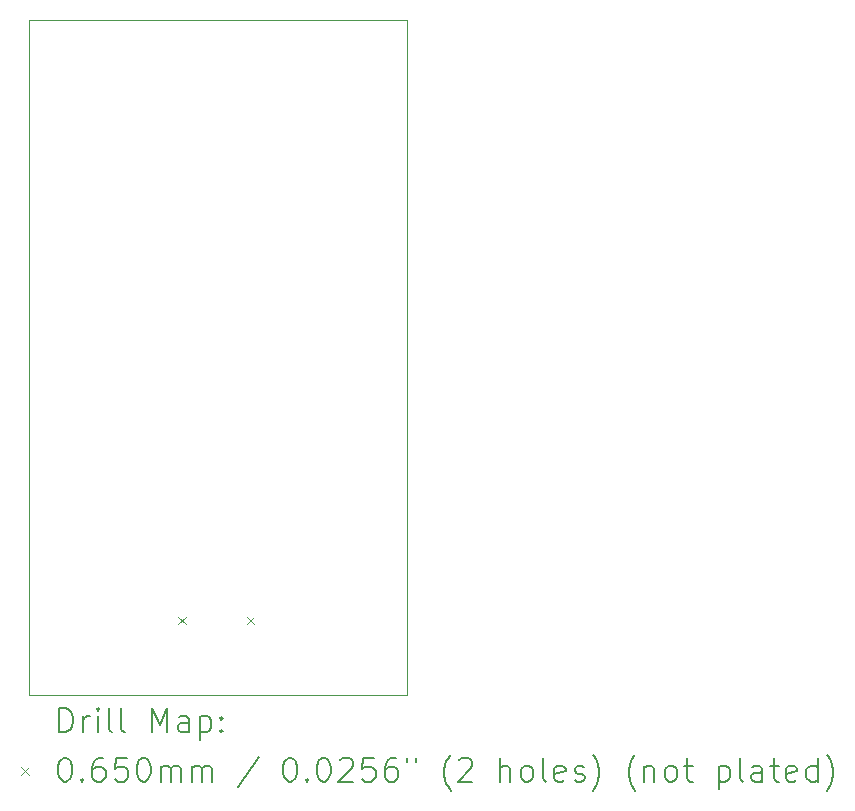
<source format=gbr>
%TF.GenerationSoftware,KiCad,Pcbnew,8.0.3*%
%TF.CreationDate,2024-06-25T22:23:39-04:00*%
%TF.ProjectId,ESP32-S3-DevBoard,45535033-322d-4533-932d-446576426f61,rev?*%
%TF.SameCoordinates,Original*%
%TF.FileFunction,Drillmap*%
%TF.FilePolarity,Positive*%
%FSLAX45Y45*%
G04 Gerber Fmt 4.5, Leading zero omitted, Abs format (unit mm)*
G04 Created by KiCad (PCBNEW 8.0.3) date 2024-06-25 22:23:39*
%MOMM*%
%LPD*%
G01*
G04 APERTURE LIST*
%ADD10C,0.050000*%
%ADD11C,0.200000*%
%ADD12C,0.100000*%
G04 APERTURE END LIST*
D10*
X17462500Y-5295900D02*
X20662900Y-5295900D01*
X20662900Y-11010900D01*
X17462500Y-11010900D01*
X17462500Y-5295900D01*
D11*
D12*
X18728500Y-10349600D02*
X18793500Y-10414600D01*
X18793500Y-10349600D02*
X18728500Y-10414600D01*
X19306500Y-10349600D02*
X19371500Y-10414600D01*
X19371500Y-10349600D02*
X19306500Y-10414600D01*
D11*
X17720777Y-11324884D02*
X17720777Y-11124884D01*
X17720777Y-11124884D02*
X17768396Y-11124884D01*
X17768396Y-11124884D02*
X17796967Y-11134408D01*
X17796967Y-11134408D02*
X17816015Y-11153455D01*
X17816015Y-11153455D02*
X17825539Y-11172503D01*
X17825539Y-11172503D02*
X17835063Y-11210598D01*
X17835063Y-11210598D02*
X17835063Y-11239169D01*
X17835063Y-11239169D02*
X17825539Y-11277265D01*
X17825539Y-11277265D02*
X17816015Y-11296312D01*
X17816015Y-11296312D02*
X17796967Y-11315360D01*
X17796967Y-11315360D02*
X17768396Y-11324884D01*
X17768396Y-11324884D02*
X17720777Y-11324884D01*
X17920777Y-11324884D02*
X17920777Y-11191550D01*
X17920777Y-11229646D02*
X17930301Y-11210598D01*
X17930301Y-11210598D02*
X17939824Y-11201074D01*
X17939824Y-11201074D02*
X17958872Y-11191550D01*
X17958872Y-11191550D02*
X17977920Y-11191550D01*
X18044586Y-11324884D02*
X18044586Y-11191550D01*
X18044586Y-11124884D02*
X18035063Y-11134408D01*
X18035063Y-11134408D02*
X18044586Y-11143931D01*
X18044586Y-11143931D02*
X18054110Y-11134408D01*
X18054110Y-11134408D02*
X18044586Y-11124884D01*
X18044586Y-11124884D02*
X18044586Y-11143931D01*
X18168396Y-11324884D02*
X18149348Y-11315360D01*
X18149348Y-11315360D02*
X18139824Y-11296312D01*
X18139824Y-11296312D02*
X18139824Y-11124884D01*
X18273158Y-11324884D02*
X18254110Y-11315360D01*
X18254110Y-11315360D02*
X18244586Y-11296312D01*
X18244586Y-11296312D02*
X18244586Y-11124884D01*
X18501729Y-11324884D02*
X18501729Y-11124884D01*
X18501729Y-11124884D02*
X18568396Y-11267741D01*
X18568396Y-11267741D02*
X18635063Y-11124884D01*
X18635063Y-11124884D02*
X18635063Y-11324884D01*
X18816015Y-11324884D02*
X18816015Y-11220122D01*
X18816015Y-11220122D02*
X18806491Y-11201074D01*
X18806491Y-11201074D02*
X18787444Y-11191550D01*
X18787444Y-11191550D02*
X18749348Y-11191550D01*
X18749348Y-11191550D02*
X18730301Y-11201074D01*
X18816015Y-11315360D02*
X18796967Y-11324884D01*
X18796967Y-11324884D02*
X18749348Y-11324884D01*
X18749348Y-11324884D02*
X18730301Y-11315360D01*
X18730301Y-11315360D02*
X18720777Y-11296312D01*
X18720777Y-11296312D02*
X18720777Y-11277265D01*
X18720777Y-11277265D02*
X18730301Y-11258217D01*
X18730301Y-11258217D02*
X18749348Y-11248693D01*
X18749348Y-11248693D02*
X18796967Y-11248693D01*
X18796967Y-11248693D02*
X18816015Y-11239169D01*
X18911253Y-11191550D02*
X18911253Y-11391550D01*
X18911253Y-11201074D02*
X18930301Y-11191550D01*
X18930301Y-11191550D02*
X18968396Y-11191550D01*
X18968396Y-11191550D02*
X18987444Y-11201074D01*
X18987444Y-11201074D02*
X18996967Y-11210598D01*
X18996967Y-11210598D02*
X19006491Y-11229646D01*
X19006491Y-11229646D02*
X19006491Y-11286788D01*
X19006491Y-11286788D02*
X18996967Y-11305836D01*
X18996967Y-11305836D02*
X18987444Y-11315360D01*
X18987444Y-11315360D02*
X18968396Y-11324884D01*
X18968396Y-11324884D02*
X18930301Y-11324884D01*
X18930301Y-11324884D02*
X18911253Y-11315360D01*
X19092205Y-11305836D02*
X19101729Y-11315360D01*
X19101729Y-11315360D02*
X19092205Y-11324884D01*
X19092205Y-11324884D02*
X19082682Y-11315360D01*
X19082682Y-11315360D02*
X19092205Y-11305836D01*
X19092205Y-11305836D02*
X19092205Y-11324884D01*
X19092205Y-11201074D02*
X19101729Y-11210598D01*
X19101729Y-11210598D02*
X19092205Y-11220122D01*
X19092205Y-11220122D02*
X19082682Y-11210598D01*
X19082682Y-11210598D02*
X19092205Y-11201074D01*
X19092205Y-11201074D02*
X19092205Y-11220122D01*
D12*
X17395000Y-11620900D02*
X17460000Y-11685900D01*
X17460000Y-11620900D02*
X17395000Y-11685900D01*
D11*
X17758872Y-11544884D02*
X17777920Y-11544884D01*
X17777920Y-11544884D02*
X17796967Y-11554408D01*
X17796967Y-11554408D02*
X17806491Y-11563931D01*
X17806491Y-11563931D02*
X17816015Y-11582979D01*
X17816015Y-11582979D02*
X17825539Y-11621074D01*
X17825539Y-11621074D02*
X17825539Y-11668693D01*
X17825539Y-11668693D02*
X17816015Y-11706788D01*
X17816015Y-11706788D02*
X17806491Y-11725836D01*
X17806491Y-11725836D02*
X17796967Y-11735360D01*
X17796967Y-11735360D02*
X17777920Y-11744884D01*
X17777920Y-11744884D02*
X17758872Y-11744884D01*
X17758872Y-11744884D02*
X17739824Y-11735360D01*
X17739824Y-11735360D02*
X17730301Y-11725836D01*
X17730301Y-11725836D02*
X17720777Y-11706788D01*
X17720777Y-11706788D02*
X17711253Y-11668693D01*
X17711253Y-11668693D02*
X17711253Y-11621074D01*
X17711253Y-11621074D02*
X17720777Y-11582979D01*
X17720777Y-11582979D02*
X17730301Y-11563931D01*
X17730301Y-11563931D02*
X17739824Y-11554408D01*
X17739824Y-11554408D02*
X17758872Y-11544884D01*
X17911253Y-11725836D02*
X17920777Y-11735360D01*
X17920777Y-11735360D02*
X17911253Y-11744884D01*
X17911253Y-11744884D02*
X17901729Y-11735360D01*
X17901729Y-11735360D02*
X17911253Y-11725836D01*
X17911253Y-11725836D02*
X17911253Y-11744884D01*
X18092205Y-11544884D02*
X18054110Y-11544884D01*
X18054110Y-11544884D02*
X18035063Y-11554408D01*
X18035063Y-11554408D02*
X18025539Y-11563931D01*
X18025539Y-11563931D02*
X18006491Y-11592503D01*
X18006491Y-11592503D02*
X17996967Y-11630598D01*
X17996967Y-11630598D02*
X17996967Y-11706788D01*
X17996967Y-11706788D02*
X18006491Y-11725836D01*
X18006491Y-11725836D02*
X18016015Y-11735360D01*
X18016015Y-11735360D02*
X18035063Y-11744884D01*
X18035063Y-11744884D02*
X18073158Y-11744884D01*
X18073158Y-11744884D02*
X18092205Y-11735360D01*
X18092205Y-11735360D02*
X18101729Y-11725836D01*
X18101729Y-11725836D02*
X18111253Y-11706788D01*
X18111253Y-11706788D02*
X18111253Y-11659169D01*
X18111253Y-11659169D02*
X18101729Y-11640122D01*
X18101729Y-11640122D02*
X18092205Y-11630598D01*
X18092205Y-11630598D02*
X18073158Y-11621074D01*
X18073158Y-11621074D02*
X18035063Y-11621074D01*
X18035063Y-11621074D02*
X18016015Y-11630598D01*
X18016015Y-11630598D02*
X18006491Y-11640122D01*
X18006491Y-11640122D02*
X17996967Y-11659169D01*
X18292205Y-11544884D02*
X18196967Y-11544884D01*
X18196967Y-11544884D02*
X18187444Y-11640122D01*
X18187444Y-11640122D02*
X18196967Y-11630598D01*
X18196967Y-11630598D02*
X18216015Y-11621074D01*
X18216015Y-11621074D02*
X18263634Y-11621074D01*
X18263634Y-11621074D02*
X18282682Y-11630598D01*
X18282682Y-11630598D02*
X18292205Y-11640122D01*
X18292205Y-11640122D02*
X18301729Y-11659169D01*
X18301729Y-11659169D02*
X18301729Y-11706788D01*
X18301729Y-11706788D02*
X18292205Y-11725836D01*
X18292205Y-11725836D02*
X18282682Y-11735360D01*
X18282682Y-11735360D02*
X18263634Y-11744884D01*
X18263634Y-11744884D02*
X18216015Y-11744884D01*
X18216015Y-11744884D02*
X18196967Y-11735360D01*
X18196967Y-11735360D02*
X18187444Y-11725836D01*
X18425539Y-11544884D02*
X18444586Y-11544884D01*
X18444586Y-11544884D02*
X18463634Y-11554408D01*
X18463634Y-11554408D02*
X18473158Y-11563931D01*
X18473158Y-11563931D02*
X18482682Y-11582979D01*
X18482682Y-11582979D02*
X18492205Y-11621074D01*
X18492205Y-11621074D02*
X18492205Y-11668693D01*
X18492205Y-11668693D02*
X18482682Y-11706788D01*
X18482682Y-11706788D02*
X18473158Y-11725836D01*
X18473158Y-11725836D02*
X18463634Y-11735360D01*
X18463634Y-11735360D02*
X18444586Y-11744884D01*
X18444586Y-11744884D02*
X18425539Y-11744884D01*
X18425539Y-11744884D02*
X18406491Y-11735360D01*
X18406491Y-11735360D02*
X18396967Y-11725836D01*
X18396967Y-11725836D02*
X18387444Y-11706788D01*
X18387444Y-11706788D02*
X18377920Y-11668693D01*
X18377920Y-11668693D02*
X18377920Y-11621074D01*
X18377920Y-11621074D02*
X18387444Y-11582979D01*
X18387444Y-11582979D02*
X18396967Y-11563931D01*
X18396967Y-11563931D02*
X18406491Y-11554408D01*
X18406491Y-11554408D02*
X18425539Y-11544884D01*
X18577920Y-11744884D02*
X18577920Y-11611550D01*
X18577920Y-11630598D02*
X18587444Y-11621074D01*
X18587444Y-11621074D02*
X18606491Y-11611550D01*
X18606491Y-11611550D02*
X18635063Y-11611550D01*
X18635063Y-11611550D02*
X18654110Y-11621074D01*
X18654110Y-11621074D02*
X18663634Y-11640122D01*
X18663634Y-11640122D02*
X18663634Y-11744884D01*
X18663634Y-11640122D02*
X18673158Y-11621074D01*
X18673158Y-11621074D02*
X18692205Y-11611550D01*
X18692205Y-11611550D02*
X18720777Y-11611550D01*
X18720777Y-11611550D02*
X18739825Y-11621074D01*
X18739825Y-11621074D02*
X18749348Y-11640122D01*
X18749348Y-11640122D02*
X18749348Y-11744884D01*
X18844586Y-11744884D02*
X18844586Y-11611550D01*
X18844586Y-11630598D02*
X18854110Y-11621074D01*
X18854110Y-11621074D02*
X18873158Y-11611550D01*
X18873158Y-11611550D02*
X18901729Y-11611550D01*
X18901729Y-11611550D02*
X18920777Y-11621074D01*
X18920777Y-11621074D02*
X18930301Y-11640122D01*
X18930301Y-11640122D02*
X18930301Y-11744884D01*
X18930301Y-11640122D02*
X18939825Y-11621074D01*
X18939825Y-11621074D02*
X18958872Y-11611550D01*
X18958872Y-11611550D02*
X18987444Y-11611550D01*
X18987444Y-11611550D02*
X19006491Y-11621074D01*
X19006491Y-11621074D02*
X19016015Y-11640122D01*
X19016015Y-11640122D02*
X19016015Y-11744884D01*
X19406491Y-11535360D02*
X19235063Y-11792503D01*
X19663634Y-11544884D02*
X19682682Y-11544884D01*
X19682682Y-11544884D02*
X19701729Y-11554408D01*
X19701729Y-11554408D02*
X19711253Y-11563931D01*
X19711253Y-11563931D02*
X19720777Y-11582979D01*
X19720777Y-11582979D02*
X19730301Y-11621074D01*
X19730301Y-11621074D02*
X19730301Y-11668693D01*
X19730301Y-11668693D02*
X19720777Y-11706788D01*
X19720777Y-11706788D02*
X19711253Y-11725836D01*
X19711253Y-11725836D02*
X19701729Y-11735360D01*
X19701729Y-11735360D02*
X19682682Y-11744884D01*
X19682682Y-11744884D02*
X19663634Y-11744884D01*
X19663634Y-11744884D02*
X19644587Y-11735360D01*
X19644587Y-11735360D02*
X19635063Y-11725836D01*
X19635063Y-11725836D02*
X19625539Y-11706788D01*
X19625539Y-11706788D02*
X19616015Y-11668693D01*
X19616015Y-11668693D02*
X19616015Y-11621074D01*
X19616015Y-11621074D02*
X19625539Y-11582979D01*
X19625539Y-11582979D02*
X19635063Y-11563931D01*
X19635063Y-11563931D02*
X19644587Y-11554408D01*
X19644587Y-11554408D02*
X19663634Y-11544884D01*
X19816015Y-11725836D02*
X19825539Y-11735360D01*
X19825539Y-11735360D02*
X19816015Y-11744884D01*
X19816015Y-11744884D02*
X19806491Y-11735360D01*
X19806491Y-11735360D02*
X19816015Y-11725836D01*
X19816015Y-11725836D02*
X19816015Y-11744884D01*
X19949348Y-11544884D02*
X19968396Y-11544884D01*
X19968396Y-11544884D02*
X19987444Y-11554408D01*
X19987444Y-11554408D02*
X19996968Y-11563931D01*
X19996968Y-11563931D02*
X20006491Y-11582979D01*
X20006491Y-11582979D02*
X20016015Y-11621074D01*
X20016015Y-11621074D02*
X20016015Y-11668693D01*
X20016015Y-11668693D02*
X20006491Y-11706788D01*
X20006491Y-11706788D02*
X19996968Y-11725836D01*
X19996968Y-11725836D02*
X19987444Y-11735360D01*
X19987444Y-11735360D02*
X19968396Y-11744884D01*
X19968396Y-11744884D02*
X19949348Y-11744884D01*
X19949348Y-11744884D02*
X19930301Y-11735360D01*
X19930301Y-11735360D02*
X19920777Y-11725836D01*
X19920777Y-11725836D02*
X19911253Y-11706788D01*
X19911253Y-11706788D02*
X19901729Y-11668693D01*
X19901729Y-11668693D02*
X19901729Y-11621074D01*
X19901729Y-11621074D02*
X19911253Y-11582979D01*
X19911253Y-11582979D02*
X19920777Y-11563931D01*
X19920777Y-11563931D02*
X19930301Y-11554408D01*
X19930301Y-11554408D02*
X19949348Y-11544884D01*
X20092206Y-11563931D02*
X20101729Y-11554408D01*
X20101729Y-11554408D02*
X20120777Y-11544884D01*
X20120777Y-11544884D02*
X20168396Y-11544884D01*
X20168396Y-11544884D02*
X20187444Y-11554408D01*
X20187444Y-11554408D02*
X20196968Y-11563931D01*
X20196968Y-11563931D02*
X20206491Y-11582979D01*
X20206491Y-11582979D02*
X20206491Y-11602027D01*
X20206491Y-11602027D02*
X20196968Y-11630598D01*
X20196968Y-11630598D02*
X20082682Y-11744884D01*
X20082682Y-11744884D02*
X20206491Y-11744884D01*
X20387444Y-11544884D02*
X20292206Y-11544884D01*
X20292206Y-11544884D02*
X20282682Y-11640122D01*
X20282682Y-11640122D02*
X20292206Y-11630598D01*
X20292206Y-11630598D02*
X20311253Y-11621074D01*
X20311253Y-11621074D02*
X20358872Y-11621074D01*
X20358872Y-11621074D02*
X20377920Y-11630598D01*
X20377920Y-11630598D02*
X20387444Y-11640122D01*
X20387444Y-11640122D02*
X20396968Y-11659169D01*
X20396968Y-11659169D02*
X20396968Y-11706788D01*
X20396968Y-11706788D02*
X20387444Y-11725836D01*
X20387444Y-11725836D02*
X20377920Y-11735360D01*
X20377920Y-11735360D02*
X20358872Y-11744884D01*
X20358872Y-11744884D02*
X20311253Y-11744884D01*
X20311253Y-11744884D02*
X20292206Y-11735360D01*
X20292206Y-11735360D02*
X20282682Y-11725836D01*
X20568396Y-11544884D02*
X20530301Y-11544884D01*
X20530301Y-11544884D02*
X20511253Y-11554408D01*
X20511253Y-11554408D02*
X20501729Y-11563931D01*
X20501729Y-11563931D02*
X20482682Y-11592503D01*
X20482682Y-11592503D02*
X20473158Y-11630598D01*
X20473158Y-11630598D02*
X20473158Y-11706788D01*
X20473158Y-11706788D02*
X20482682Y-11725836D01*
X20482682Y-11725836D02*
X20492206Y-11735360D01*
X20492206Y-11735360D02*
X20511253Y-11744884D01*
X20511253Y-11744884D02*
X20549349Y-11744884D01*
X20549349Y-11744884D02*
X20568396Y-11735360D01*
X20568396Y-11735360D02*
X20577920Y-11725836D01*
X20577920Y-11725836D02*
X20587444Y-11706788D01*
X20587444Y-11706788D02*
X20587444Y-11659169D01*
X20587444Y-11659169D02*
X20577920Y-11640122D01*
X20577920Y-11640122D02*
X20568396Y-11630598D01*
X20568396Y-11630598D02*
X20549349Y-11621074D01*
X20549349Y-11621074D02*
X20511253Y-11621074D01*
X20511253Y-11621074D02*
X20492206Y-11630598D01*
X20492206Y-11630598D02*
X20482682Y-11640122D01*
X20482682Y-11640122D02*
X20473158Y-11659169D01*
X20663634Y-11544884D02*
X20663634Y-11582979D01*
X20739825Y-11544884D02*
X20739825Y-11582979D01*
X21035063Y-11821074D02*
X21025539Y-11811550D01*
X21025539Y-11811550D02*
X21006491Y-11782979D01*
X21006491Y-11782979D02*
X20996968Y-11763931D01*
X20996968Y-11763931D02*
X20987444Y-11735360D01*
X20987444Y-11735360D02*
X20977920Y-11687741D01*
X20977920Y-11687741D02*
X20977920Y-11649646D01*
X20977920Y-11649646D02*
X20987444Y-11602027D01*
X20987444Y-11602027D02*
X20996968Y-11573455D01*
X20996968Y-11573455D02*
X21006491Y-11554408D01*
X21006491Y-11554408D02*
X21025539Y-11525836D01*
X21025539Y-11525836D02*
X21035063Y-11516312D01*
X21101730Y-11563931D02*
X21111253Y-11554408D01*
X21111253Y-11554408D02*
X21130301Y-11544884D01*
X21130301Y-11544884D02*
X21177920Y-11544884D01*
X21177920Y-11544884D02*
X21196968Y-11554408D01*
X21196968Y-11554408D02*
X21206491Y-11563931D01*
X21206491Y-11563931D02*
X21216015Y-11582979D01*
X21216015Y-11582979D02*
X21216015Y-11602027D01*
X21216015Y-11602027D02*
X21206491Y-11630598D01*
X21206491Y-11630598D02*
X21092206Y-11744884D01*
X21092206Y-11744884D02*
X21216015Y-11744884D01*
X21454111Y-11744884D02*
X21454111Y-11544884D01*
X21539825Y-11744884D02*
X21539825Y-11640122D01*
X21539825Y-11640122D02*
X21530301Y-11621074D01*
X21530301Y-11621074D02*
X21511253Y-11611550D01*
X21511253Y-11611550D02*
X21482682Y-11611550D01*
X21482682Y-11611550D02*
X21463634Y-11621074D01*
X21463634Y-11621074D02*
X21454111Y-11630598D01*
X21663634Y-11744884D02*
X21644587Y-11735360D01*
X21644587Y-11735360D02*
X21635063Y-11725836D01*
X21635063Y-11725836D02*
X21625539Y-11706788D01*
X21625539Y-11706788D02*
X21625539Y-11649646D01*
X21625539Y-11649646D02*
X21635063Y-11630598D01*
X21635063Y-11630598D02*
X21644587Y-11621074D01*
X21644587Y-11621074D02*
X21663634Y-11611550D01*
X21663634Y-11611550D02*
X21692206Y-11611550D01*
X21692206Y-11611550D02*
X21711253Y-11621074D01*
X21711253Y-11621074D02*
X21720777Y-11630598D01*
X21720777Y-11630598D02*
X21730301Y-11649646D01*
X21730301Y-11649646D02*
X21730301Y-11706788D01*
X21730301Y-11706788D02*
X21720777Y-11725836D01*
X21720777Y-11725836D02*
X21711253Y-11735360D01*
X21711253Y-11735360D02*
X21692206Y-11744884D01*
X21692206Y-11744884D02*
X21663634Y-11744884D01*
X21844587Y-11744884D02*
X21825539Y-11735360D01*
X21825539Y-11735360D02*
X21816015Y-11716312D01*
X21816015Y-11716312D02*
X21816015Y-11544884D01*
X21996968Y-11735360D02*
X21977920Y-11744884D01*
X21977920Y-11744884D02*
X21939825Y-11744884D01*
X21939825Y-11744884D02*
X21920777Y-11735360D01*
X21920777Y-11735360D02*
X21911253Y-11716312D01*
X21911253Y-11716312D02*
X21911253Y-11640122D01*
X21911253Y-11640122D02*
X21920777Y-11621074D01*
X21920777Y-11621074D02*
X21939825Y-11611550D01*
X21939825Y-11611550D02*
X21977920Y-11611550D01*
X21977920Y-11611550D02*
X21996968Y-11621074D01*
X21996968Y-11621074D02*
X22006492Y-11640122D01*
X22006492Y-11640122D02*
X22006492Y-11659169D01*
X22006492Y-11659169D02*
X21911253Y-11678217D01*
X22082682Y-11735360D02*
X22101730Y-11744884D01*
X22101730Y-11744884D02*
X22139825Y-11744884D01*
X22139825Y-11744884D02*
X22158873Y-11735360D01*
X22158873Y-11735360D02*
X22168396Y-11716312D01*
X22168396Y-11716312D02*
X22168396Y-11706788D01*
X22168396Y-11706788D02*
X22158873Y-11687741D01*
X22158873Y-11687741D02*
X22139825Y-11678217D01*
X22139825Y-11678217D02*
X22111253Y-11678217D01*
X22111253Y-11678217D02*
X22092206Y-11668693D01*
X22092206Y-11668693D02*
X22082682Y-11649646D01*
X22082682Y-11649646D02*
X22082682Y-11640122D01*
X22082682Y-11640122D02*
X22092206Y-11621074D01*
X22092206Y-11621074D02*
X22111253Y-11611550D01*
X22111253Y-11611550D02*
X22139825Y-11611550D01*
X22139825Y-11611550D02*
X22158873Y-11621074D01*
X22235063Y-11821074D02*
X22244587Y-11811550D01*
X22244587Y-11811550D02*
X22263634Y-11782979D01*
X22263634Y-11782979D02*
X22273158Y-11763931D01*
X22273158Y-11763931D02*
X22282682Y-11735360D01*
X22282682Y-11735360D02*
X22292206Y-11687741D01*
X22292206Y-11687741D02*
X22292206Y-11649646D01*
X22292206Y-11649646D02*
X22282682Y-11602027D01*
X22282682Y-11602027D02*
X22273158Y-11573455D01*
X22273158Y-11573455D02*
X22263634Y-11554408D01*
X22263634Y-11554408D02*
X22244587Y-11525836D01*
X22244587Y-11525836D02*
X22235063Y-11516312D01*
X22596968Y-11821074D02*
X22587444Y-11811550D01*
X22587444Y-11811550D02*
X22568396Y-11782979D01*
X22568396Y-11782979D02*
X22558872Y-11763931D01*
X22558872Y-11763931D02*
X22549349Y-11735360D01*
X22549349Y-11735360D02*
X22539825Y-11687741D01*
X22539825Y-11687741D02*
X22539825Y-11649646D01*
X22539825Y-11649646D02*
X22549349Y-11602027D01*
X22549349Y-11602027D02*
X22558872Y-11573455D01*
X22558872Y-11573455D02*
X22568396Y-11554408D01*
X22568396Y-11554408D02*
X22587444Y-11525836D01*
X22587444Y-11525836D02*
X22596968Y-11516312D01*
X22673158Y-11611550D02*
X22673158Y-11744884D01*
X22673158Y-11630598D02*
X22682682Y-11621074D01*
X22682682Y-11621074D02*
X22701730Y-11611550D01*
X22701730Y-11611550D02*
X22730301Y-11611550D01*
X22730301Y-11611550D02*
X22749349Y-11621074D01*
X22749349Y-11621074D02*
X22758872Y-11640122D01*
X22758872Y-11640122D02*
X22758872Y-11744884D01*
X22882682Y-11744884D02*
X22863634Y-11735360D01*
X22863634Y-11735360D02*
X22854111Y-11725836D01*
X22854111Y-11725836D02*
X22844587Y-11706788D01*
X22844587Y-11706788D02*
X22844587Y-11649646D01*
X22844587Y-11649646D02*
X22854111Y-11630598D01*
X22854111Y-11630598D02*
X22863634Y-11621074D01*
X22863634Y-11621074D02*
X22882682Y-11611550D01*
X22882682Y-11611550D02*
X22911253Y-11611550D01*
X22911253Y-11611550D02*
X22930301Y-11621074D01*
X22930301Y-11621074D02*
X22939825Y-11630598D01*
X22939825Y-11630598D02*
X22949349Y-11649646D01*
X22949349Y-11649646D02*
X22949349Y-11706788D01*
X22949349Y-11706788D02*
X22939825Y-11725836D01*
X22939825Y-11725836D02*
X22930301Y-11735360D01*
X22930301Y-11735360D02*
X22911253Y-11744884D01*
X22911253Y-11744884D02*
X22882682Y-11744884D01*
X23006492Y-11611550D02*
X23082682Y-11611550D01*
X23035063Y-11544884D02*
X23035063Y-11716312D01*
X23035063Y-11716312D02*
X23044587Y-11735360D01*
X23044587Y-11735360D02*
X23063634Y-11744884D01*
X23063634Y-11744884D02*
X23082682Y-11744884D01*
X23301730Y-11611550D02*
X23301730Y-11811550D01*
X23301730Y-11621074D02*
X23320777Y-11611550D01*
X23320777Y-11611550D02*
X23358873Y-11611550D01*
X23358873Y-11611550D02*
X23377920Y-11621074D01*
X23377920Y-11621074D02*
X23387444Y-11630598D01*
X23387444Y-11630598D02*
X23396968Y-11649646D01*
X23396968Y-11649646D02*
X23396968Y-11706788D01*
X23396968Y-11706788D02*
X23387444Y-11725836D01*
X23387444Y-11725836D02*
X23377920Y-11735360D01*
X23377920Y-11735360D02*
X23358873Y-11744884D01*
X23358873Y-11744884D02*
X23320777Y-11744884D01*
X23320777Y-11744884D02*
X23301730Y-11735360D01*
X23511253Y-11744884D02*
X23492206Y-11735360D01*
X23492206Y-11735360D02*
X23482682Y-11716312D01*
X23482682Y-11716312D02*
X23482682Y-11544884D01*
X23673158Y-11744884D02*
X23673158Y-11640122D01*
X23673158Y-11640122D02*
X23663634Y-11621074D01*
X23663634Y-11621074D02*
X23644587Y-11611550D01*
X23644587Y-11611550D02*
X23606492Y-11611550D01*
X23606492Y-11611550D02*
X23587444Y-11621074D01*
X23673158Y-11735360D02*
X23654111Y-11744884D01*
X23654111Y-11744884D02*
X23606492Y-11744884D01*
X23606492Y-11744884D02*
X23587444Y-11735360D01*
X23587444Y-11735360D02*
X23577920Y-11716312D01*
X23577920Y-11716312D02*
X23577920Y-11697265D01*
X23577920Y-11697265D02*
X23587444Y-11678217D01*
X23587444Y-11678217D02*
X23606492Y-11668693D01*
X23606492Y-11668693D02*
X23654111Y-11668693D01*
X23654111Y-11668693D02*
X23673158Y-11659169D01*
X23739825Y-11611550D02*
X23816015Y-11611550D01*
X23768396Y-11544884D02*
X23768396Y-11716312D01*
X23768396Y-11716312D02*
X23777920Y-11735360D01*
X23777920Y-11735360D02*
X23796968Y-11744884D01*
X23796968Y-11744884D02*
X23816015Y-11744884D01*
X23958873Y-11735360D02*
X23939825Y-11744884D01*
X23939825Y-11744884D02*
X23901730Y-11744884D01*
X23901730Y-11744884D02*
X23882682Y-11735360D01*
X23882682Y-11735360D02*
X23873158Y-11716312D01*
X23873158Y-11716312D02*
X23873158Y-11640122D01*
X23873158Y-11640122D02*
X23882682Y-11621074D01*
X23882682Y-11621074D02*
X23901730Y-11611550D01*
X23901730Y-11611550D02*
X23939825Y-11611550D01*
X23939825Y-11611550D02*
X23958873Y-11621074D01*
X23958873Y-11621074D02*
X23968396Y-11640122D01*
X23968396Y-11640122D02*
X23968396Y-11659169D01*
X23968396Y-11659169D02*
X23873158Y-11678217D01*
X24139825Y-11744884D02*
X24139825Y-11544884D01*
X24139825Y-11735360D02*
X24120777Y-11744884D01*
X24120777Y-11744884D02*
X24082682Y-11744884D01*
X24082682Y-11744884D02*
X24063634Y-11735360D01*
X24063634Y-11735360D02*
X24054111Y-11725836D01*
X24054111Y-11725836D02*
X24044587Y-11706788D01*
X24044587Y-11706788D02*
X24044587Y-11649646D01*
X24044587Y-11649646D02*
X24054111Y-11630598D01*
X24054111Y-11630598D02*
X24063634Y-11621074D01*
X24063634Y-11621074D02*
X24082682Y-11611550D01*
X24082682Y-11611550D02*
X24120777Y-11611550D01*
X24120777Y-11611550D02*
X24139825Y-11621074D01*
X24216015Y-11821074D02*
X24225539Y-11811550D01*
X24225539Y-11811550D02*
X24244587Y-11782979D01*
X24244587Y-11782979D02*
X24254111Y-11763931D01*
X24254111Y-11763931D02*
X24263634Y-11735360D01*
X24263634Y-11735360D02*
X24273158Y-11687741D01*
X24273158Y-11687741D02*
X24273158Y-11649646D01*
X24273158Y-11649646D02*
X24263634Y-11602027D01*
X24263634Y-11602027D02*
X24254111Y-11573455D01*
X24254111Y-11573455D02*
X24244587Y-11554408D01*
X24244587Y-11554408D02*
X24225539Y-11525836D01*
X24225539Y-11525836D02*
X24216015Y-11516312D01*
M02*

</source>
